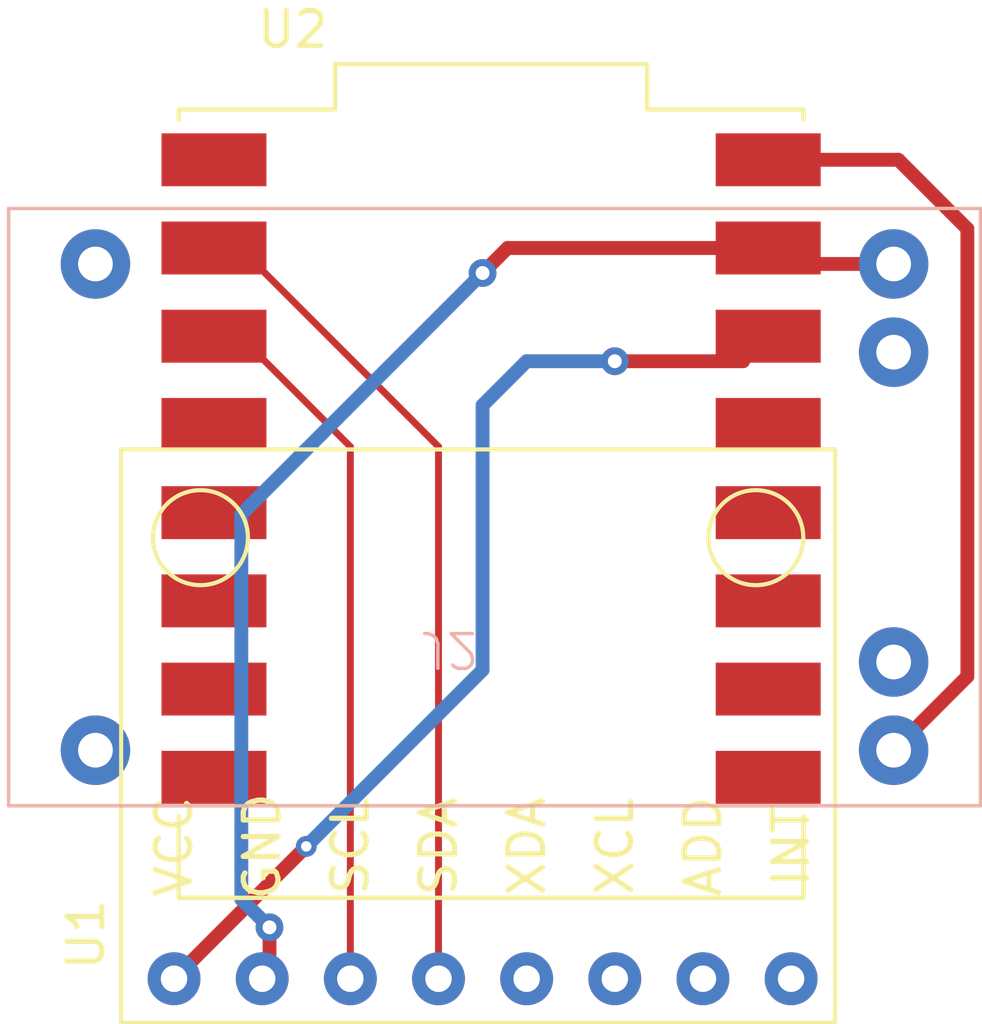
<source format=kicad_pcb>
(kicad_pcb (version 20241229) (generator "pcbnew") (generator_version "9.0")
  (layers (0 "F.Cu" signal) (2 "B.Cu" signal) (13 "F.Paste" user) (15 "B.Paste" user) (5 "F.SilkS" user "F.Silkscreen") (7 "B.SilkS" user "B.Silkscreen") (1 "F.Mask" user) (3 "B.Mask" user) (25 "Edge.Cuts" user))
  (net 0 "")
  (net 1 "/Bat-")
  (net 4 "/Bat+")
  (net 5 "/OUT+")
  (net 8 "GND")
  (net 9 "+3V3")
  (net 11 "/SDA")
  (net 12 "/SCL")
  (footprint "usini_sensors:module_mpu6050" (layer "F.Cu") (at 137.16 114.3 90)
    (property "Reference" "U1" (at 1.27 -20.32 90) (layer "F.SilkS"))
    (property "Value" "module_mpu6050" (hide yes))
    (fp_line (start 15.24 -19.304) (end 15.24 1.27) (stroke (width 0.12)) (layer "F.SilkS"))
    (fp_line (start -1.27 -19.304) (end 15.24 -19.304) (stroke (width 0.12)) (layer "F.SilkS"))
    (fp_line (start 15.24 1.27) (end -1.27 1.27) (stroke (width 0.12)) (layer "F.SilkS"))
    (fp_line (start -1.27 1.27) (end -1.27 -19.304) (stroke (width 0.12)) (layer "F.SilkS"))
    (fp_circle (center 12.7 -17.018) (end 13.208 -15.748) (stroke (width 0.12)) (fill no) (layer "F.SilkS"))
    (fp_circle (center 12.7 -1.016) (end 13.208 0.254) (stroke (width 0.12)) (fill no) (layer "F.SilkS"))
    (fp_text user "INT" (at 3.81 0 90) (layer "F.SilkS"))
    (fp_text user "ADD" (at 3.81 -2.54 90) (layer "F.SilkS"))
    (fp_text user "XCL" (at 3.81 -5.08 90) (layer "F.SilkS"))
    (fp_text user "SCL" (at 3.81 -12.7 90) (layer "F.SilkS"))
    (fp_text user "GND" (at 3.81 -15.24 90) (layer "F.SilkS"))
    (fp_text user "VCC" (at 3.81 -17.78 90) (layer "F.SilkS"))
    (fp_text user "XDA" (at 3.81 -7.62 90) (layer "F.SilkS"))
    (fp_text user "SDA" (at 3.81 -10.16 90) (layer "F.SilkS"))
    (pad "1" thru_hole circle (at 0 -17.78 90) (size 1.524 1.524) (drill 0.762) (layers "*.Cu" "*.Mask") (net 9 "+3V3"))
    (pad "2" thru_hole circle (at 0 -15.24 90) (size 1.524 1.524) (drill 0.762) (layers "*.Cu" "*.Mask") (net 8 "GND"))
    (pad "3" thru_hole circle (at 0 -12.7 90) (size 1.524 1.524) (drill 0.762) (layers "*.Cu" "*.Mask") (net 12 "/SCL"))
    (pad "4" thru_hole circle (at 0 -10.16 90) (size 1.524 1.524) (drill 0.762) (layers "*.Cu" "*.Mask") (net 11 "/SDA"))
    (pad "5" thru_hole circle (at 0 -7.62 90) (size 1.524 1.524) (drill 0.762) (layers "*.Cu" "*.Mask"))
    (pad "6" thru_hole circle (at 0 -5.08 90) (size 1.524 1.524) (drill 0.762) (layers "*.Cu" "*.Mask"))
    (pad "7" thru_hole circle (at 0 -2.54 90) (size 1.524 1.524) (drill 0.762) (layers "*.Cu" "*.Mask"))
    (pad "8" thru_hole circle (at 0 0 90) (size 1.524 1.524) (drill 0.762) (layers "*.Cu" "*.Mask"))
  )
  (footprint "Footprints:MODULE_ESP32-C3_SUPERMINI" (layer "F.Cu") (at 128.515 100.62)
    (property "Reference" "U2" (at -5.715 -13.6525 0) (layer "F.SilkS"))
    (property "Value" "ESP32-C3_SUPERMINI_SMD")
    (fp_line (start -9 -11.05) (end -9 -11.35) (stroke (width 0.127)) (layer "F.SilkS"))
    (fp_line (start -9 11.35) (end -9 9) (stroke (width 0.127)) (layer "F.SilkS"))
    (fp_line (start -4.5 -12.65) (end -4.5 -11.35) (stroke (width 0.127)) (layer "F.SilkS"))
    (fp_line (start -4.5 -11.35) (end -9 -11.35) (stroke (width 0.127)) (layer "F.SilkS"))
    (fp_line (start 4.5 -12.65) (end -4.5 -12.65) (stroke (width 0.127)) (layer "F.SilkS"))
    (fp_line (start 4.5 -12.65) (end 4.5 -11.35) (stroke (width 0.127)) (layer "F.SilkS"))
    (fp_line (start 9 -11.35) (end 4.5 -11.35) (stroke (width 0.127)) (layer "F.SilkS"))
    (fp_line (start 9 -11.05) (end 9 -11.35) (stroke (width 0.127)) (layer "F.SilkS"))
    (fp_line (start 9 11.35) (end -9 11.35) (stroke (width 0.127)) (layer "F.SilkS"))
    (fp_line (start 9 11.35) (end 9 9) (stroke (width 0.127)) (layer "F.SilkS"))
    (pad "0" smd rect (at 7.985 7.88) (size 3.025 1.524) (layers "F.Cu" "F.Mask" "F.Paste"))
    (pad "1" smd rect (at 7.985 5.34) (size 3.025 1.524) (layers "F.Cu" "F.Mask" "F.Paste"))
    (pad "2" smd rect (at 7.985 2.8) (size 3.025 1.524) (layers "F.Cu" "F.Mask" "F.Paste"))
    (pad "3" smd rect (at 7.985 0.26) (size 3.025 1.524) (layers "F.Cu" "F.Mask" "F.Paste"))
    (pad "3.3" smd rect (at 7.985 -4.82) (size 3.025 1.524) (layers "F.Cu" "F.Mask" "F.Paste") (net 9 "+3V3"))
    (pad "4" smd rect (at 7.985 -2.28) (size 3.025 1.524) (layers "F.Cu" "F.Mask" "F.Paste"))
    (pad "5" smd rect (at -7.985 -9.9) (size 3.025 1.524) (layers "F.Cu" "F.Mask" "F.Paste"))
    (pad "5V" smd rect (at 7.985 -9.9) (size 3.025 1.524) (layers "F.Cu" "F.Mask" "F.Paste") (net 5 "/OUT+"))
    (pad "6" smd rect (at -7.985 -7.36) (size 3.025 1.524) (layers "F.Cu" "F.Mask" "F.Paste") (net 11 "/SDA"))
    (pad "7" smd rect (at -7.985 -4.82) (size 3.025 1.524) (layers "F.Cu" "F.Mask" "F.Paste") (net 12 "/SCL"))
    (pad "8" smd rect (at -7.985 -2.28) (size 3.025 1.524) (layers "F.Cu" "F.Mask" "F.Paste"))
    (pad "9" smd rect (at -7.985 0.26) (size 3.025 1.524) (layers "F.Cu" "F.Mask" "F.Paste"))
    (pad "10" smd rect (at -7.985 2.8) (size 3.025 1.524) (layers "F.Cu" "F.Mask" "F.Paste"))
    (pad "20" smd rect (at -7.985 5.34) (size 3.025 1.524) (layers "F.Cu" "F.Mask" "F.Paste"))
    (pad "21" smd rect (at -7.985 7.88) (size 3.025 1.524) (layers "F.Cu" "F.Mask" "F.Paste"))
    (pad "G" smd rect (at 7.985 -7.36) (size 3.025 1.524) (layers "F.Cu" "F.Mask" "F.Paste") (net 8 "GND"))
  )
  (footprint "tp4056-module:tp4056-module" (layer "B.Cu") (at 114.615 92.12)
    (property "Reference" "J2" (at 12.7 12.7 180) (layer "B.SilkS") (effects (font (thickness 0.1)) (justify mirror)))
    (property "Value" "TP4056-module")
    (fp_line (start 0 0) (end 28 0) (stroke (width 0.1)) (layer "B.SilkS"))
    (fp_line (start 0 17.2) (end 0 0) (stroke (width 0.1)) (layer "B.SilkS"))
    (fp_line (start 0 17.2) (end 28 17.2) (stroke (width 0.1)) (layer "B.SilkS"))
    (fp_line (start 28 17.2) (end 28 0) (stroke (width 0.1)) (layer "B.SilkS"))
    (pad "1" thru_hole circle (at 2.5 15.6) (size 2 2) (drill 1) (layers "*.Cu" "*.Mask"))
    (pad "2" thru_hole circle (at 2.5 1.6) (size 2 2) (drill 1) (layers "*.Cu" "*.Mask"))
    (pad "3" thru_hole circle (at 25.5 15.6) (size 2 2) (drill 1) (layers "*.Cu" "*.Mask") (net 5 "/OUT+"))
    (pad "4" thru_hole circle (at 25.5 1.6) (size 2 2) (drill 1) (layers "*.Cu" "*.Mask") (net 8 "GND"))
    (pad "5" thru_hole circle (at 25.5 13.06) (size 2 2) (drill 1) (layers "*.Cu" "*.Mask") (net 4 "/Bat+"))
    (pad "6" thru_hole circle (at 25.5 4.14) (size 2 2) (drill 1) (layers "*.Cu" "*.Mask") (net 1 "/Bat-"))
  )
  (segment (start 140.25 90.72) (end 136.5 90.72) (width 0.4) (layer "F.Cu") (net 5))
  (segment (start 142.24 92.71) (end 140.25 90.72) (width 0.4) (layer "F.Cu") (net 5))
  (segment (start 140.115 107.72) (end 142.24 105.595) (width 0.4) (layer "F.Cu") (net 5))
  (segment (start 142.24 105.595) (end 142.24 92.71) (width 0.4) (layer "F.Cu") (net 5))
  (segment (start 121.92 114.3) (end 122.130029 114.089971) (width 0.2) (layer "F.Cu") (net 8))
  (segment (start 128.27 93.98) (end 128.99 93.26) (width 0.4) (layer "F.Cu") (net 8))
  (segment (start 128.99 93.26) (end 136.5 93.26) (width 0.4) (layer "F.Cu") (net 8))
  (segment (start 122.130029 114.089971) (end 122.130029 112.819971) (width 0.4) (layer "F.Cu") (net 8))
  (segment (start 140.115 93.72) (end 136.96 93.72) (width 0.4) (layer "F.Cu") (net 8))
  (segment (start 136.96 93.72) (end 136.5 93.26) (width 0.2) (layer "F.Cu") (net 8))
  (via (at 122.130029 112.819971) (size 0.8) (drill 0.4) (layers "F.Cu" "B.Cu") (net 8))
  (via (at 128.27 93.98) (size 0.8) (drill 0.4) (layers "F.Cu" "B.Cu") (net 8))
  (segment (start 122.130029 112.819971) (end 121.319 112.008943) (width 0.4) (layer "B.Cu") (net 8))
  (segment (start 121.319 112.008943) (end 121.319 100.931) (width 0.4) (layer "B.Cu") (net 8))
  (segment (start 121.319 100.931) (end 128.27 93.98) (width 0.4) (layer "B.Cu") (net 8))
  (segment (start 119.38 114.3) (end 123.19 110.49) (width 0.4) (layer "F.Cu") (net 9))
  (segment (start 135.78 96.52) (end 136.5 95.8) (width 0.2) (layer "F.Cu") (net 9))
  (segment (start 132.08 96.52) (end 135.78 96.52) (width 0.4) (layer "F.Cu") (net 9))
  (via (at 132.08 96.52) (size 0.8) (drill 0.4) (layers "F.Cu" "B.Cu") (net 9))
  (via (at 123.19 110.49) (size 0.6) (drill 0.3) (layers "F.Cu" "B.Cu") (net 9))
  (segment (start 128.27 105.41) (end 123.19 110.49) (width 0.4) (layer "B.Cu") (net 9))
  (segment (start 132.08 96.52) (end 129.54 96.52) (width 0.4) (layer "B.Cu") (net 9))
  (segment (start 129.54 96.52) (end 128.27 97.79) (width 0.4) (layer "B.Cu") (net 9))
  (segment (start 128.27 97.79) (end 128.27 105.41) (width 0.4) (layer "B.Cu") (net 9))
  (segment (start 121.2805 93.26) (end 120.53 93.26) (width 0.2) (layer "F.Cu") (net 11))
  (segment (start 127 98.9795) (end 121.2805 93.26) (width 0.2) (layer "F.Cu") (net 11))
  (segment (start 127 114.3) (end 127 98.9795) (width 0.2) (layer "F.Cu") (net 11))
  (segment (start 124.46 98.9795) (end 121.2805 95.8) (width 0.2) (layer "F.Cu") (net 12))
  (segment (start 121.2805 95.8) (end 120.53 95.8) (width 0.2) (layer "F.Cu") (net 12))
  (segment (start 124.46 114.3) (end 124.46 98.9795) (width 0.2) (layer "F.Cu") (net 12))
)
</source>
